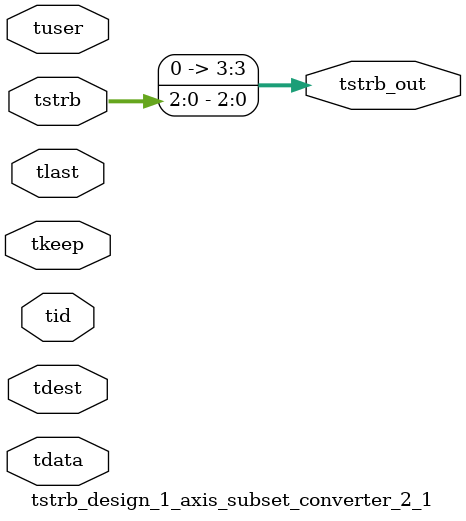
<source format=v>


`timescale 1ps/1ps

module tstrb_design_1_axis_subset_converter_2_1 #
(
parameter C_S_AXIS_TDATA_WIDTH = 32,
parameter C_S_AXIS_TUSER_WIDTH = 0,
parameter C_S_AXIS_TID_WIDTH   = 0,
parameter C_S_AXIS_TDEST_WIDTH = 0,
parameter C_M_AXIS_TDATA_WIDTH = 32
)
(
input  [(C_S_AXIS_TDATA_WIDTH == 0 ? 1 : C_S_AXIS_TDATA_WIDTH)-1:0     ] tdata,
input  [(C_S_AXIS_TUSER_WIDTH == 0 ? 1 : C_S_AXIS_TUSER_WIDTH)-1:0     ] tuser,
input  [(C_S_AXIS_TID_WIDTH   == 0 ? 1 : C_S_AXIS_TID_WIDTH)-1:0       ] tid,
input  [(C_S_AXIS_TDEST_WIDTH == 0 ? 1 : C_S_AXIS_TDEST_WIDTH)-1:0     ] tdest,
input  [(C_S_AXIS_TDATA_WIDTH/8)-1:0 ] tkeep,
input  [(C_S_AXIS_TDATA_WIDTH/8)-1:0 ] tstrb,
input                                                                    tlast,
output [(C_M_AXIS_TDATA_WIDTH/8)-1:0 ] tstrb_out
);

assign tstrb_out = {tstrb[2:0]};

endmodule


</source>
